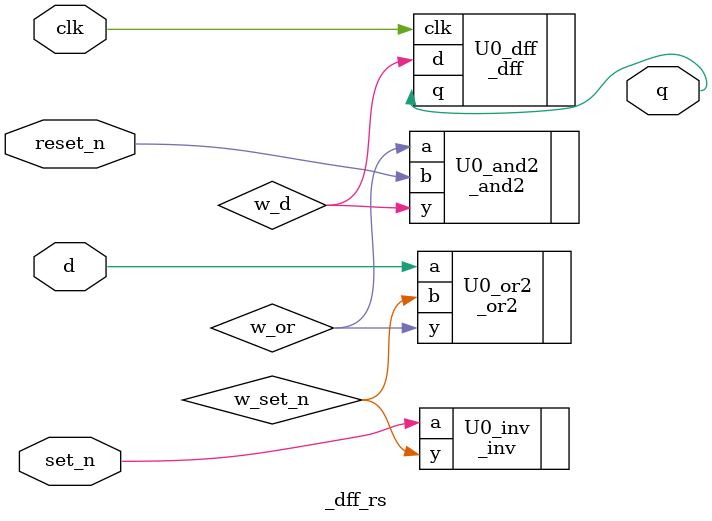
<source format=v>
module _dff_rs(clk, set_n, reset_n, d, q);
//synchronous set/resettable D flip-flop
input clk, set_n, reset_n, d;
output q;
wire w_d, w_set_n, w_or;

_inv U0_inv(.a(set_n),.y(w_set_n));
_or2 U0_or2(.a(d),.b(w_set_n),.y(w_or));
_and2 U0_and2(.a(w_or),.b(reset_n),.y(w_d)); 
_dff U0_dff(.clk(clk),.d(w_d),.q(q));
//instance of gates, dff
endmodule 
</source>
